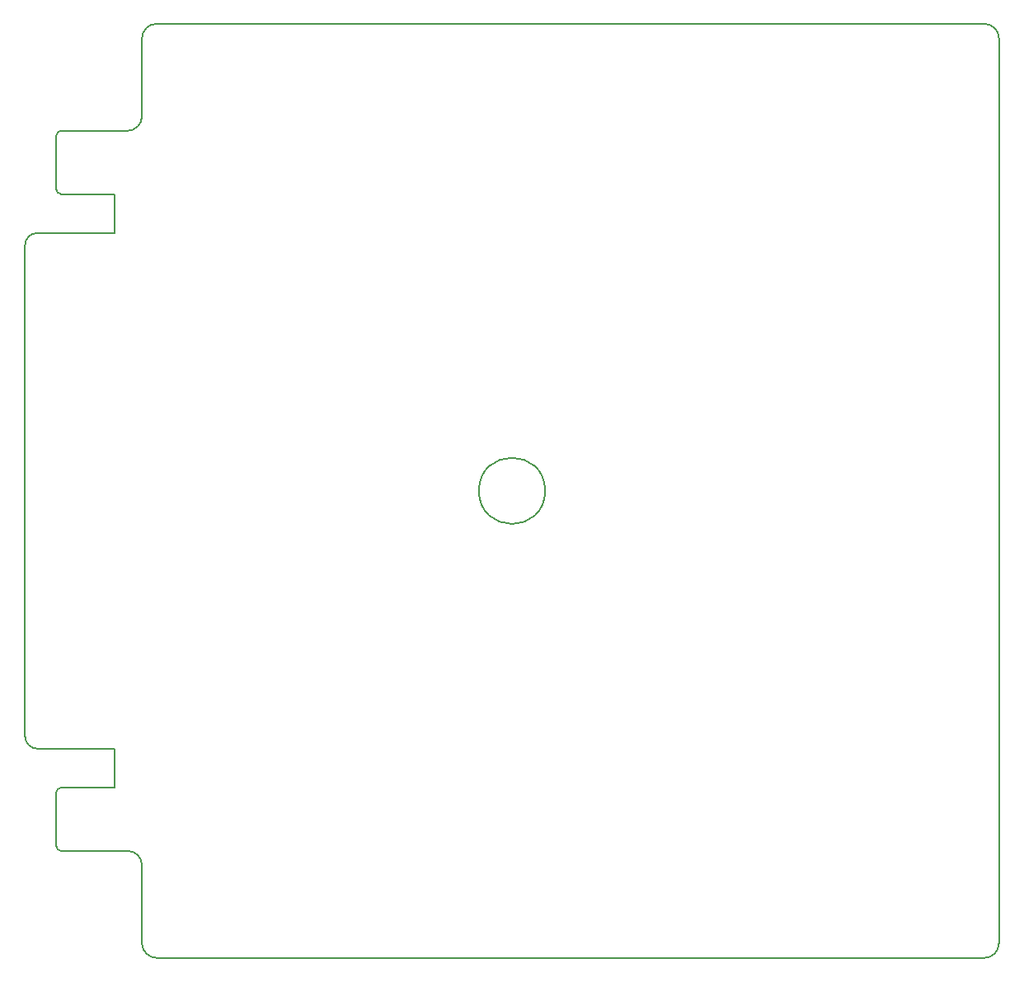
<source format=gm1>
%TF.GenerationSoftware,KiCad,Pcbnew,(5.1.9)-1*%
%TF.CreationDate,2021-02-21T18:50:27+08:00*%
%TF.ProjectId,CoCoProtoBoard,436f436f-5072-46f7-946f-426f6172642e,rev?*%
%TF.SameCoordinates,Original*%
%TF.FileFunction,Profile,NP*%
%FSLAX46Y46*%
G04 Gerber Fmt 4.6, Leading zero omitted, Abs format (unit mm)*
G04 Created by KiCad (PCBNEW (5.1.9)-1) date 2021-02-21 18:50:27*
%MOMM*%
%LPD*%
G01*
G04 APERTURE LIST*
%TA.AperFunction,Profile*%
%ADD10C,0.150000*%
%TD*%
G04 APERTURE END LIST*
D10*
X144840000Y-104140000D02*
G75*
G03*
X144840000Y-104140000I-3400000J0D01*
G01*
X189940000Y-56140000D02*
X187940000Y-56140000D01*
X191440000Y-150640000D02*
X191440000Y-57640000D01*
X187940000Y-152140000D02*
X189940000Y-152140000D01*
X103440000Y-57640000D02*
X103440000Y-65640000D01*
X187940000Y-56140000D02*
X104940000Y-56140000D01*
X104940000Y-152140000D02*
X187940000Y-152140000D01*
X103440000Y-142640000D02*
X103440000Y-150640000D01*
X95140000Y-141140000D02*
X101940000Y-141140000D01*
X94640000Y-135140000D02*
X94640000Y-140640000D01*
X95140000Y-134640000D02*
X100640000Y-134640000D01*
X95140000Y-67140000D02*
X101940000Y-67140000D01*
X94640000Y-67640000D02*
X94640000Y-73140000D01*
X95140000Y-73640000D02*
X100640000Y-73640000D01*
X94640000Y-140640000D02*
G75*
G03*
X95140000Y-141140000I500000J0D01*
G01*
X95140000Y-134640000D02*
G75*
G03*
X94640000Y-135140000I0J-500000D01*
G01*
X103440000Y-142640000D02*
G75*
G03*
X101940000Y-141140000I-1500000J0D01*
G01*
X103440000Y-150640000D02*
G75*
G03*
X104940000Y-152140000I1500000J0D01*
G01*
X189940000Y-152140000D02*
G75*
G03*
X191440000Y-150640000I0J1500000D01*
G01*
X191440000Y-57640000D02*
G75*
G03*
X189940000Y-56140000I-1500000J0D01*
G01*
X104940000Y-56140000D02*
G75*
G03*
X103440000Y-57640000I0J-1500000D01*
G01*
X101940000Y-67140000D02*
G75*
G03*
X103440000Y-65640000I0J1500000D01*
G01*
X95140000Y-67140000D02*
G75*
G03*
X94640000Y-67640000I0J-500000D01*
G01*
X94640000Y-73140000D02*
G75*
G03*
X95140000Y-73640000I500000J0D01*
G01*
X91440000Y-78890000D02*
X91440000Y-79140000D01*
X92690000Y-77640000D02*
X93440000Y-77640000D01*
X92690000Y-77640000D02*
G75*
G03*
X91440000Y-78890000I0J-1250000D01*
G01*
X91440000Y-129390000D02*
X91440000Y-129140000D01*
X92690000Y-130640000D02*
X93440000Y-130640000D01*
X91440000Y-129390000D02*
G75*
G03*
X92690000Y-130640000I1250000J0D01*
G01*
X100640000Y-130640000D02*
X100640000Y-134640000D01*
X93440000Y-130640000D02*
X100640000Y-130640000D01*
X100640000Y-77640000D02*
X100640000Y-73640000D01*
X93440000Y-77640000D02*
X100640000Y-77640000D01*
X91440000Y-79140000D02*
X91440000Y-129140000D01*
M02*

</source>
